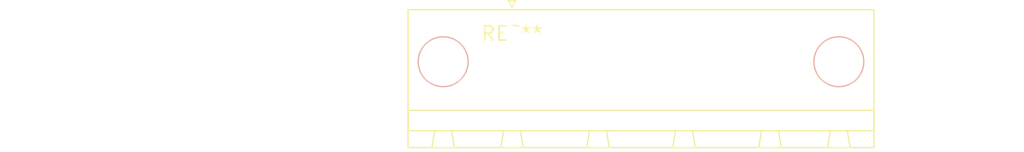
<source format=kicad_pcb>
(kicad_pcb (version 20240108) (generator pcbnew)
  (layers (0 "F.Cu" signal) (31 "B.Cu" signal) (34 "B.Paste" user) (35 "F.Paste" user) (36 "B.SilkS" user "B.Silkscreen") (37 "F.SilkS" user "F.Silkscreen") (38 "B.Mask" user) (39 "F.Mask" user) (44 "Edge.Cuts" user))
  (net 0 "")
  (footprint "PhoenixContact_GMSTB_2,5_4-GF-7,62_1x04_P7.62mm_Horizontal_ThreadedFlange_MountHole" (layer "F.Cu") (at 0 0)
    (property "Reference" "REF**")
    (property "Value" "PhoenixContact_GMSTB_2,5_4-GF-7,62_1x04_P7.62mm_Horizontal_ThreadedFlange_MountHole")
    (fp_circle (center -6.1 2.5) (end -3.89 2.5) (layer "B.SilkS") (stroke (width 0.12)) (fill none))
    (fp_circle (center 28.96 2.5) (end 31.17 2.5) (layer "B.SilkS") (stroke (width 0.12)) (fill none))
    (fp_line (start -9.21 -2.11) (end -9.21 10.11) (layer "F.SilkS") (stroke (width 0.12)))
    (fp_line (start -9.21 6.81) (end 32.07 6.81) (layer "F.SilkS") (stroke (width 0.12)))
    (fp_line (start -9.21 8.61) (end -9.21 6.81) (layer "F.SilkS") (stroke (width 0.12)))
    (fp_line (start -9.21 10.11) (end 32.07 10.11) (layer "F.SilkS") (stroke (width 0.12)))
    (fp_line (start -7.1 10.11) (end -5.1 10.11) (layer "F.SilkS") (stroke (width 0.12)))
    (fp_line (start -6.85 8.61) (end -7.1 10.11) (layer "F.SilkS") (stroke (width 0.12)))
    (fp_line (start -5.35 8.61) (end -6.85 8.61) (layer "F.SilkS") (stroke (width 0.12)))
    (fp_line (start -5.1 10.11) (end -5.35 8.61) (layer "F.SilkS") (stroke (width 0.12)))
    (fp_line (start -1 10.11) (end 1 10.11) (layer "F.SilkS") (stroke (width 0.12)))
    (fp_line (start -0.75 8.61) (end -1 10.11) (layer "F.SilkS") (stroke (width 0.12)))
    (fp_line (start -0.3 -2.91) (end 0.3 -2.91) (layer "F.SilkS") (stroke (width 0.12)))
    (fp_line (start 0 -2.31) (end -0.3 -2.91) (layer "F.SilkS") (stroke (width 0.12)))
    (fp_line (start 0.3 -2.91) (end 0 -2.31) (layer "F.SilkS") (stroke (width 0.12)))
    (fp_line (start 0.75 8.61) (end -0.75 8.61) (layer "F.SilkS") (stroke (width 0.12)))
    (fp_line (start 1 10.11) (end 0.75 8.61) (layer "F.SilkS") (stroke (width 0.12)))
    (fp_line (start 6.62 10.11) (end 8.62 10.11) (layer "F.SilkS") (stroke (width 0.12)))
    (fp_line (start 6.87 8.61) (end 6.62 10.11) (layer "F.SilkS") (stroke (width 0.12)))
    (fp_line (start 8.37 8.61) (end 6.87 8.61) (layer "F.SilkS") (stroke (width 0.12)))
    (fp_line (start 8.62 10.11) (end 8.37 8.61) (layer "F.SilkS") (stroke (width 0.12)))
    (fp_line (start 14.24 10.11) (end 16.24 10.11) (layer "F.SilkS") (stroke (width 0.12)))
    (fp_line (start 14.49 8.61) (end 14.24 10.11) (layer "F.SilkS") (stroke (width 0.12)))
    (fp_line (start 15.99 8.61) (end 14.49 8.61) (layer "F.SilkS") (stroke (width 0.12)))
    (fp_line (start 16.24 10.11) (end 15.99 8.61) (layer "F.SilkS") (stroke (width 0.12)))
    (fp_line (start 21.86 10.11) (end 23.86 10.11) (layer "F.SilkS") (stroke (width 0.12)))
    (fp_line (start 22.11 8.61) (end 21.86 10.11) (layer "F.SilkS") (stroke (width 0.12)))
    (fp_line (start 23.61 8.61) (end 22.11 8.61) (layer "F.SilkS") (stroke (width 0.12)))
    (fp_line (start 23.86 10.11) (end 23.61 8.61) (layer "F.SilkS") (stroke (width 0.12)))
    (fp_line (start 27.96 10.11) (end 29.96 10.11) (layer "F.SilkS") (stroke (width 0.12)))
    (fp_line (start 28.21 8.61) (end 27.96 10.11) (layer "F.SilkS") (stroke (width 0.12)))
    (fp_line (start 29.71 8.61) (end 28.21 8.61) (layer "F.SilkS") (stroke (width 0.12)))
    (fp_line (start 29.96 10.11) (end 29.71 8.61) (layer "F.SilkS") (stroke (width 0.12)))
    (fp_line (start 32.07 -2.11) (end -9.21 -2.11) (layer "F.SilkS") (stroke (width 0.12)))
    (fp_line (start 32.07 6.81) (end 32.07 8.61) (layer "F.SilkS") (stroke (width 0.12)))
    (fp_line (start 32.07 8.61) (end -9.21 8.61) (layer "F.SilkS") (stroke (width 0.12)))
    (fp_line (start 32.07 10.11) (end 32.07 -2.11) (layer "F.SilkS") (stroke (width 0.12)))
    (pad "" np_thru_hole circle (at -6.1 2.5) (size 2.4 2.4) (drill 2.4) (layers *.Cu *.Mask))
    (pad "" np_thru_hole circle (at 28.96 2.5) (size 2.4 2.4) (drill 2.4) (layers *.Cu *.Mask))
    (pad "1" thru_hole roundrect (at 0 0) (size 2.1 3.6) (drill 1.4) (layers *.Cu *.Mask) (remove_unused_layers) (roundrect_rratio 0.119048))
    (pad "2" thru_hole oval (at 7.62 0) (size 2.1 3.6) (drill 1.4) (layers *.Cu *.Mask) (remove_unused_layers))
    (pad "3" thru_hole oval (at 15.24 0) (size 2.1 3.6) (drill 1.4) (layers *.Cu *.Mask) (remove_unused_layers))
    (pad "4" thru_hole oval (at 22.86 0) (size 2.1 3.6) (drill 1.4) (layers *.Cu *.Mask) (remove_unused_layers))
  )
)
</source>
